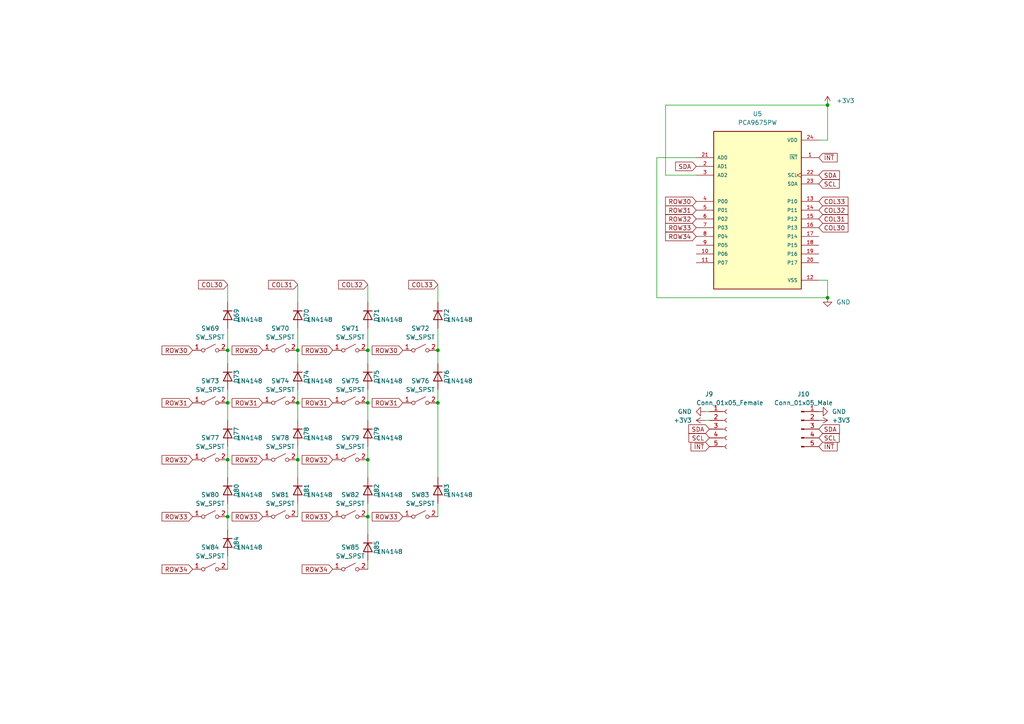
<source format=kicad_sch>
(kicad_sch (version 20211123) (generator eeschema)
  (paper "A4")
  (title_block (title "Denali - Number Pad") (date "2022-06-15") (rev "0.1") (company "OSHMount Tech"))
  (lib_symbols
    (symbol "1N4148:1N4148" (pin_numbers hide) (pin_names (offset 1.016) hide)
      (property "Reference" "D" (at 0 2.54 0))
      (property "Value" "1N4148" (at 0 -2.54 0))
      (symbol "1N4148_0_1"
        (polyline (pts (xy -1.27 1.27) (xy -1.27 -1.27)) (stroke (width 0.254)))
        (polyline (pts (xy 1.27 0) (xy -1.27 0)))
        (polyline (pts (xy 1.27 1.27) (xy 1.27 -1.27) (xy -1.27 0) (xy 1.27 1.27)) (stroke (width 0.254)))
      )
      (symbol "1N4148_1_1"
        (pin passive line (at -3.81 0 0) (length 2.54) (name "K") (number "1"))
        (pin passive line (at 3.81 0 180) (length 2.54) (name "A") (number "2"))
      )
    )
    (symbol "1N4148_1" (pin_numbers hide) (pin_names (offset 1.016) hide)
      (property "Reference" "D" (at 0 2.54 0))
      (property "Value" "1N4148_1" (at 0 -2.54 0))
      (symbol "1N4148_1_0_1"
        (polyline (pts (xy -1.27 1.27) (xy -1.27 -1.27)) (stroke (width 0.254)))
        (polyline (pts (xy 1.27 0) (xy -1.27 0)))
        (polyline (pts (xy 1.27 1.27) (xy 1.27 -1.27) (xy -1.27 0) (xy 1.27 1.27)) (stroke (width 0.254)))
      )
      (symbol "1N4148_1_1_1"
        (pin passive line (at -3.81 0 0) (length 2.54) (name "K") (number "1"))
        (pin passive line (at 3.81 0 180) (length 2.54) (name "A") (number "2"))
      )
    )
    (symbol "1N4148_10" (pin_numbers hide) (pin_names (offset 1.016) hide)
      (property "Reference" "D" (at 0 2.54 0))
      (property "Value" "1N4148_10" (at 0 -2.54 0))
      (symbol "1N4148_10_0_1"
        (polyline (pts (xy -1.27 1.27) (xy -1.27 -1.27)) (stroke (width 0.254)))
        (polyline (pts (xy 1.27 0) (xy -1.27 0)))
        (polyline (pts (xy 1.27 1.27) (xy 1.27 -1.27) (xy -1.27 0) (xy 1.27 1.27)) (stroke (width 0.254)))
      )
      (symbol "1N4148_10_1_1"
        (pin passive line (at -3.81 0 0) (length 2.54) (name "K") (number "1"))
        (pin passive line (at 3.81 0 180) (length 2.54) (name "A") (number "2"))
      )
    )
    (symbol "1N4148_11" (pin_numbers hide) (pin_names (offset 1.016) hide)
      (property "Reference" "D" (at 0 2.54 0))
      (property "Value" "1N4148_11" (at 0 -2.54 0))
      (symbol "1N4148_11_0_1"
        (polyline (pts (xy -1.27 1.27) (xy -1.27 -1.27)) (stroke (width 0.254)))
        (polyline (pts (xy 1.27 0) (xy -1.27 0)))
        (polyline (pts (xy 1.27 1.27) (xy 1.27 -1.27) (xy -1.27 0) (xy 1.27 1.27)) (stroke (width 0.254)))
      )
      (symbol "1N4148_11_1_1"
        (pin passive line (at -3.81 0 0) (length 2.54) (name "K") (number "1"))
        (pin passive line (at 3.81 0 180) (length 2.54) (name "A") (number "2"))
      )
    )
    (symbol "1N4148_12" (pin_numbers hide) (pin_names (offset 1.016) hide)
      (property "Reference" "D" (at 0 2.54 0))
      (property "Value" "1N4148_12" (at 0 -2.54 0))
      (symbol "1N4148_12_0_1"
        (polyline (pts (xy -1.27 1.27) (xy -1.27 -1.27)) (stroke (width 0.254)))
        (polyline (pts (xy 1.27 0) (xy -1.27 0)))
        (polyline (pts (xy 1.27 1.27) (xy 1.27 -1.27) (xy -1.27 0) (xy 1.27 1.27)) (stroke (width 0.254)))
      )
      (symbol "1N4148_12_1_1"
        (pin passive line (at -3.81 0 0) (length 2.54) (name "K") (number "1"))
        (pin passive line (at 3.81 0 180) (length 2.54) (name "A") (number "2"))
      )
    )
    (symbol "1N4148_13" (pin_numbers hide) (pin_names (offset 1.016) hide)
      (property "Reference" "D" (at 0 2.54 0))
      (property "Value" "1N4148_13" (at 0 -2.54 0))
      (symbol "1N4148_13_0_1"
        (polyline (pts (xy -1.27 1.27) (xy -1.27 -1.27)) (stroke (width 0.254)))
        (polyline (pts (xy 1.27 0) (xy -1.27 0)))
        (polyline (pts (xy 1.27 1.27) (xy 1.27 -1.27) (xy -1.27 0) (xy 1.27 1.27)) (stroke (width 0.254)))
      )
      (symbol "1N4148_13_1_1"
        (pin passive line (at -3.81 0 0) (length 2.54) (name "K") (number "1"))
        (pin passive line (at 3.81 0 180) (length 2.54) (name "A") (number "2"))
      )
    )
    (symbol "1N4148_14" (pin_numbers hide) (pin_names (offset 1.016) hide)
      (property "Reference" "D" (at 0 2.54 0))
      (property "Value" "1N4148_14" (at 0 -2.54 0))
      (symbol "1N4148_14_0_1"
        (polyline (pts (xy -1.27 1.27) (xy -1.27 -1.27)) (stroke (width 0.254)))
        (polyline (pts (xy 1.27 0) (xy -1.27 0)))
        (polyline (pts (xy 1.27 1.27) (xy 1.27 -1.27) (xy -1.27 0) (xy 1.27 1.27)) (stroke (width 0.254)))
      )
      (symbol "1N4148_14_1_1"
        (pin passive line (at -3.81 0 0) (length 2.54) (name "K") (number "1"))
        (pin passive line (at 3.81 0 180) (length 2.54) (name "A") (number "2"))
      )
    )
    (symbol "1N4148_15" (pin_numbers hide) (pin_names (offset 1.016) hide)
      (property "Reference" "D" (at 0 2.54 0))
      (property "Value" "1N4148_15" (at 0 -2.54 0))
      (symbol "1N4148_15_0_1"
        (polyline (pts (xy -1.27 1.27) (xy -1.27 -1.27)) (stroke (width 0.254)))
        (polyline (pts (xy 1.27 0) (xy -1.27 0)))
        (polyline (pts (xy 1.27 1.27) (xy 1.27 -1.27) (xy -1.27 0) (xy 1.27 1.27)) (stroke (width 0.254)))
      )
      (symbol "1N4148_15_1_1"
        (pin passive line (at -3.81 0 0) (length 2.54) (name "K") (number "1"))
        (pin passive line (at 3.81 0 180) (length 2.54) (name "A") (number "2"))
      )
    )
    (symbol "1N4148_16" (pin_numbers hide) (pin_names (offset 1.016) hide)
      (property "Reference" "D" (at 0 2.54 0))
      (property "Value" "1N4148_16" (at 0 -2.54 0))
      (symbol "1N4148_16_0_1"
        (polyline (pts (xy -1.27 1.27) (xy -1.27 -1.27)) (stroke (width 0.254)))
        (polyline (pts (xy 1.27 0) (xy -1.27 0)))
        (polyline (pts (xy 1.27 1.27) (xy 1.27 -1.27) (xy -1.27 0) (xy 1.27 1.27)) (stroke (width 0.254)))
      )
      (symbol "1N4148_16_1_1"
        (pin passive line (at -3.81 0 0) (length 2.54) (name "K") (number "1"))
        (pin passive line (at 3.81 0 180) (length 2.54) (name "A") (number "2"))
      )
    )
    (symbol "1N4148_2" (pin_numbers hide) (pin_names (offset 1.016) hide)
      (property "Reference" "D" (at 0 2.54 0))
      (property "Value" "1N4148_2" (at 0 -2.54 0))
      (symbol "1N4148_2_0_1"
        (polyline (pts (xy -1.27 1.27) (xy -1.27 -1.27)) (stroke (width 0.254)))
        (polyline (pts (xy 1.27 0) (xy -1.27 0)))
        (polyline (pts (xy 1.27 1.27) (xy 1.27 -1.27) (xy -1.27 0) (xy 1.27 1.27)) (stroke (width 0.254)))
      )
      (symbol "1N4148_2_1_1"
        (pin passive line (at -3.81 0 0) (length 2.54) (name "K") (number "1"))
        (pin passive line (at 3.81 0 180) (length 2.54) (name "A") (number "2"))
      )
    )
    (symbol "1N4148_3" (pin_numbers hide) (pin_names (offset 1.016) hide)
      (property "Reference" "D" (at 0 2.54 0))
      (property "Value" "1N4148_3" (at 0 -2.54 0))
      (symbol "1N4148_3_0_1"
        (polyline (pts (xy -1.27 1.27) (xy -1.27 -1.27)) (stroke (width 0.254)))
        (polyline (pts (xy 1.27 0) (xy -1.27 0)))
        (polyline (pts (xy 1.27 1.27) (xy 1.27 -1.27) (xy -1.27 0) (xy 1.27 1.27)) (stroke (width 0.254)))
      )
      (symbol "1N4148_3_1_1"
        (pin passive line (at -3.81 0 0) (length 2.54) (name "K") (number "1"))
        (pin passive line (at 3.81 0 180) (length 2.54) (name "A") (number "2"))
      )
    )
    (symbol "1N4148_4" (pin_numbers hide) (pin_names (offset 1.016) hide)
      (property "Reference" "D" (at 0 2.54 0))
      (property "Value" "1N4148_4" (at 0 -2.54 0))
      (symbol "1N4148_4_0_1"
        (polyline (pts (xy -1.27 1.27) (xy -1.27 -1.27)) (stroke (width 0.254)))
        (polyline (pts (xy 1.27 0) (xy -1.27 0)))
        (polyline (pts (xy 1.27 1.27) (xy 1.27 -1.27) (xy -1.27 0) (xy 1.27 1.27)) (stroke (width 0.254)))
      )
      (symbol "1N4148_4_1_1"
        (pin passive line (at -3.81 0 0) (length 2.54) (name "K") (number "1"))
        (pin passive line (at 3.81 0 180) (length 2.54) (name "A") (number "2"))
      )
    )
    (symbol "1N4148_5" (pin_numbers hide) (pin_names (offset 1.016) hide)
      (property "Reference" "D" (at 0 2.54 0))
      (property "Value" "1N4148_5" (at 0 -2.54 0))
      (symbol "1N4148_5_0_1"
        (polyline (pts (xy -1.27 1.27) (xy -1.27 -1.27)) (stroke (width 0.254)))
        (polyline (pts (xy 1.27 0) (xy -1.27 0)))
        (polyline (pts (xy 1.27 1.27) (xy 1.27 -1.27) (xy -1.27 0) (xy 1.27 1.27)) (stroke (width 0.254)))
      )
      (symbol "1N4148_5_1_1"
        (pin passive line (at -3.81 0 0) (length 2.54) (name "K") (number "1"))
        (pin passive line (at 3.81 0 180) (length 2.54) (name "A") (number "2"))
      )
    )
    (symbol "1N4148_6" (pin_numbers hide) (pin_names (offset 1.016) hide)
      (property "Reference" "D" (at 0 2.54 0))
      (property "Value" "1N4148_6" (at 0 -2.54 0))
      (symbol "1N4148_6_0_1"
        (polyline (pts (xy -1.27 1.27) (xy -1.27 -1.27)) (stroke (width 0.254)))
        (polyline (pts (xy 1.27 0) (xy -1.27 0)))
        (polyline (pts (xy 1.27 1.27) (xy 1.27 -1.27) (xy -1.27 0) (xy 1.27 1.27)) (stroke (width 0.254)))
      )
      (symbol "1N4148_6_1_1"
        (pin passive line (at -3.81 0 0) (length 2.54) (name "K") (number "1"))
        (pin passive line (at 3.81 0 180) (length 2.54) (name "A") (number "2"))
      )
    )
    (symbol "1N4148_7" (pin_numbers hide) (pin_names (offset 1.016) hide)
      (property "Reference" "D" (at 0 2.54 0))
      (property "Value" "1N4148_7" (at 0 -2.54 0))
      (symbol "1N4148_7_0_1"
        (polyline (pts (xy -1.27 1.27) (xy -1.27 -1.27)) (stroke (width 0.254)))
        (polyline (pts (xy 1.27 0) (xy -1.27 0)))
        (polyline (pts (xy 1.27 1.27) (xy 1.27 -1.27) (xy -1.27 0) (xy 1.27 1.27)) (stroke (width 0.254)))
      )
      (symbol "1N4148_7_1_1"
        (pin passive line (at -3.81 0 0) (length 2.54) (name "K") (number "1"))
        (pin passive line (at 3.81 0 180) (length 2.54) (name "A") (number "2"))
      )
    )
    (symbol "1N4148_8" (pin_numbers hide) (pin_names (offset 1.016) hide)
      (property "Reference" "D" (at 0 2.54 0))
      (property "Value" "1N4148_8" (at 0 -2.54 0))
      (symbol "1N4148_8_0_1"
        (polyline (pts (xy -1.27 1.27) (xy -1.27 -1.27)) (stroke (width 0.254)))
        (polyline (pts (xy 1.27 0) (xy -1.27 0)))
        (polyline (pts (xy 1.27 1.27) (xy 1.27 -1.27) (xy -1.27 0) (xy 1.27 1.27)) (stroke (width 0.254)))
      )
      (symbol "1N4148_8_1_1"
        (pin passive line (at -3.81 0 0) (length 2.54) (name "K") (number "1"))
        (pin passive line (at 3.81 0 180) (length 2.54) (name "A") (number "2"))
      )
    )
    (symbol "1N4148_9" (pin_numbers hide) (pin_names (offset 1.016) hide)
      (property "Reference" "D" (at 0 2.54 0))
      (property "Value" "1N4148_9" (at 0 -2.54 0))
      (symbol "1N4148_9_0_1"
        (polyline (pts (xy -1.27 1.27) (xy -1.27 -1.27)) (stroke (width 0.254)))
        (polyline (pts (xy 1.27 0) (xy -1.27 0)))
        (polyline (pts (xy 1.27 1.27) (xy 1.27 -1.27) (xy -1.27 0) (xy 1.27 1.27)) (stroke (width 0.254)))
      )
      (symbol "1N4148_9_1_1"
        (pin passive line (at -3.81 0 0) (length 2.54) (name "K") (number "1"))
        (pin passive line (at 3.81 0 180) (length 2.54) (name "A") (number "2"))
      )
    )
    (symbol "Connector:Conn_01x05_Female" (pin_names (offset 1.016) hide)
      (property "Reference" "J" (at 0 7.62 0))
      (property "Value" "Conn_01x05_Female" (at 0 -7.62 0))
      (symbol "Conn_01x05_Female_1_1"
        (arc (start 0 -4.572) (mid -0.508 -5.08) (end 0 -5.588) (stroke (width 0.1524)))
        (arc (start 0 -2.032) (mid -0.508 -2.54) (end 0 -3.048) (stroke (width 0.1524)))
        (polyline (pts (xy -1.27 -5.08) (xy -0.508 -5.08)) (stroke (width 0.1524)))
        (polyline (pts (xy -1.27 -2.54) (xy -0.508 -2.54)) (stroke (width 0.1524)))
        (polyline (pts (xy -1.27 0) (xy -0.508 0)) (stroke (width 0.1524)))
        (polyline (pts (xy -1.27 2.54) (xy -0.508 2.54)) (stroke (width 0.1524)))
        (polyline (pts (xy -1.27 5.08) (xy -0.508 5.08)) (stroke (width 0.1524)))
        (arc (start 0 0.508) (mid -0.508 0) (end 0 -0.508) (stroke (width 0.1524)))
        (arc (start 0 3.048) (mid -0.508 2.54) (end 0 2.032) (stroke (width 0.1524)))
        (arc (start 0 5.588) (mid -0.508 5.08) (end 0 4.572) (stroke (width 0.1524)))
        (pin passive line (at -5.08 5.08 0) (length 3.81) (name "Pin_1") (number "1"))
        (pin passive line (at -5.08 2.54 0) (length 3.81) (name "Pin_2") (number "2"))
        (pin passive line (at -5.08 0 0) (length 3.81) (name "Pin_3") (number "3"))
        (pin passive line (at -5.08 -2.54 0) (length 3.81) (name "Pin_4") (number "4"))
        (pin passive line (at -5.08 -5.08 0) (length 3.81) (name "Pin_5") (number "5"))
      )
    )
    (symbol "Connector:Conn_01x05_Male" (pin_names (offset 1.016) hide)
      (property "Reference" "J" (at 0 7.62 0))
      (property "Value" "Conn_01x05_Male" (at 0 -7.62 0))
      (symbol "Conn_01x05_Male_1_1"
        (polyline (pts (xy 1.27 -5.08) (xy 0.8636 -5.08)) (stroke (width 0.1524)))
        (polyline (pts (xy 1.27 -2.54) (xy 0.8636 -2.54)) (stroke (width 0.1524)))
        (polyline (pts (xy 1.27 0) (xy 0.8636 0)) (stroke (width 0.1524)))
        (polyline (pts (xy 1.27 2.54) (xy 0.8636 2.54)) (stroke (width 0.1524)))
        (polyline (pts (xy 1.27 5.08) (xy 0.8636 5.08)) (stroke (width 0.1524)))
        (rectangle (start 0.8636 -4.953) (end 0 -5.207) (stroke (width 0.1524)) (fill (type outline)))
        (rectangle (start 0.8636 -2.413) (end 0 -2.667) (stroke (width 0.1524)) (fill (type outline)))
        (rectangle (start 0.8636 0.127) (end 0 -0.127) (stroke (width 0.1524)) (fill (type outline)))
        (rectangle (start 0.8636 2.667) (end 0 2.413) (stroke (width 0.1524)) (fill (type outline)))
        (rectangle (start 0.8636 5.207) (end 0 4.953) (stroke (width 0.1524)) (fill (type outline)))
        (pin passive line (at 5.08 5.08 180) (length 3.81) (name "Pin_1") (number "1"))
        (pin passive line (at 5.08 2.54 180) (length 3.81) (name "Pin_2") (number "2"))
        (pin passive line (at 5.08 0 180) (length 3.81) (name "Pin_3") (number "3"))
        (pin passive line (at 5.08 -2.54 180) (length 3.81) (name "Pin_4") (number "4"))
        (pin passive line (at 5.08 -5.08 180) (length 3.81) (name "Pin_5") (number "5"))
      )
    )
    (symbol "Kailh:SW_SPST" (pin_names (offset 0) hide)
      (property "Reference" "SW" (at 0 3.175 0))
      (property "Value" "SW_SPST" (at 0 -2.54 0))
      (symbol "SW_SPST_0_0"
        (circle (center -2.032 0) (radius 0.508))
        (polyline (pts (xy -1.524 0.254) (xy 1.524 1.778)))
        (circle (center 2.032 0) (radius 0.508))
      )
      (symbol "SW_SPST_1_1"
        (pin passive line (at -5.08 0 0) (length 2.54) (name "A") (number "1"))
        (pin passive line (at 5.08 0 180) (length 2.54) (name "B") (number "2"))
      )
    )
    (symbol "PCA9675PW_118:PCA9675PW" (pin_names (offset 1.016))
      (property "Reference" "U" (at -12.7 23.622 0))
      (property "Value" "PCA9675PW" (at -12.7 -25.4 0))
      (symbol "PCA9675PW_0_0"
        (rectangle (start -12.7 -22.86) (end 12.7 22.86) (stroke (width 0.254)) (fill (type background)))
        (pin output line (at 17.78 15.24 180) (length 5.08) (name "~{INT}") (number "1"))
        (pin bidirectional line (at -17.78 -12.7 0) (length 5.08) (name "P06") (number "10"))
        (pin bidirectional line (at -17.78 -15.24 0) (length 5.08) (name "P07") (number "11"))
        (pin power_in line (at 17.78 -20.32 180) (length 5.08) (name "VSS") (number "12"))
        (pin bidirectional line (at 17.78 2.54 180) (length 5.08) (name "P10") (number "13"))
        (pin bidirectional line (at 17.78 0 180) (length 5.08) (name "P11") (number "14"))
        (pin bidirectional line (at 17.78 -2.54 180) (length 5.08) (name "P12") (number "15"))
        (pin bidirectional line (at 17.78 -5.08 180) (length 5.08) (name "P13") (number "16"))
        (pin bidirectional line (at 17.78 -7.62 180) (length 5.08) (name "P14") (number "17"))
        (pin bidirectional line (at 17.78 -10.16 180) (length 5.08) (name "P15") (number "18"))
        (pin bidirectional line (at 17.78 -12.7 180) (length 5.08) (name "P16") (number "19"))
        (pin input line (at -17.78 12.7 0) (length 5.08) (name "AD1") (number "2"))
        (pin bidirectional line (at 17.78 -15.24 180) (length 5.08) (name "P17") (number "20"))
        (pin input line (at -17.78 15.24 0) (length 5.08) (name "AD0") (number "21"))
        (pin input clock (at 17.78 10.16 180) (length 5.08) (name "SCL") (number "22"))
        (pin bidirectional line (at 17.78 7.62 180) (length 5.08) (name "SDA") (number "23"))
        (pin power_in line (at 17.78 20.32 180) (length 5.08) (name "VDD") (number "24"))
        (pin input line (at -17.78 10.16 0) (length 5.08) (name "AD2") (number "3"))
        (pin bidirectional line (at -17.78 2.54 0) (length 5.08) (name "P00") (number "4"))
        (pin bidirectional line (at -17.78 0 0) (length 5.08) (name "P01") (number "5"))
        (pin bidirectional line (at -17.78 -2.54 0) (length 5.08) (name "P02") (number "6"))
        (pin bidirectional line (at -17.78 -5.08 0) (length 5.08) (name "P03") (number "7"))
        (pin bidirectional line (at -17.78 -7.62 0) (length 5.08) (name "P04") (number "8"))
        (pin bidirectional line (at -17.78 -10.16 0) (length 5.08) (name "P05") (number "9"))
      )
    )
    (symbol "SW_SPST_10" (pin_names (offset 0) hide)
      (property "Reference" "SW" (at 0 3.175 0))
      (property "Value" "SW_SPST_10" (at 0 -2.54 0))
      (symbol "SW_SPST_10_0_0"
        (circle (center -2.032 0) (radius 0.508))
        (polyline (pts (xy -1.524 0.254) (xy 1.524 1.778)))
        (circle (center 2.032 0) (radius 0.508))
      )
      (symbol "SW_SPST_10_1_1"
        (pin passive line (at -5.08 0 0) (length 2.54) (name "A") (number "1"))
        (pin passive line (at 5.08 0 180) (length 2.54) (name "B") (number "2"))
      )
    )
    (symbol "SW_SPST_15" (pin_names (offset 0) hide)
      (property "Reference" "SW" (at 0 3.175 0))
      (property "Value" "SW_SPST_15" (at 0 -2.54 0))
      (symbol "SW_SPST_15_0_0"
        (circle (center -2.032 0) (radius 0.508))
        (polyline (pts (xy -1.524 0.254) (xy 1.524 1.778)))
        (circle (center 2.032 0) (radius 0.508))
      )
      (symbol "SW_SPST_15_1_1"
        (pin passive line (at -5.08 0 0) (length 2.54) (name "A") (number "1"))
        (pin passive line (at 5.08 0 180) (length 2.54) (name "B") (number "2"))
      )
    )
    (symbol "SW_SPST_17" (pin_names (offset 0) hide)
      (property "Reference" "SW" (at 0 3.175 0))
      (property "Value" "SW_SPST_17" (at 0 -2.54 0))
      (symbol "SW_SPST_17_0_0"
        (circle (center -2.032 0) (radius 0.508))
        (polyline (pts (xy -1.524 0.254) (xy 1.524 1.778)))
        (circle (center 2.032 0) (radius 0.508))
      )
      (symbol "SW_SPST_17_1_1"
        (pin passive line (at -5.08 0 0) (length 2.54) (name "A") (number "1"))
        (pin passive line (at 5.08 0 180) (length 2.54) (name "B") (number "2"))
      )
    )
    (symbol "SW_SPST_18" (pin_names (offset 0) hide)
      (property "Reference" "SW" (at 0 3.175 0))
      (property "Value" "SW_SPST_18" (at 0 -2.54 0))
      (symbol "SW_SPST_18_0_0"
        (circle (center -2.032 0) (radius 0.508))
        (polyline (pts (xy -1.524 0.254) (xy 1.524 1.778)))
        (circle (center 2.032 0) (radius 0.508))
      )
      (symbol "SW_SPST_18_1_1"
        (pin passive line (at -5.08 0 0) (length 2.54) (name "A") (number "1"))
        (pin passive line (at 5.08 0 180) (length 2.54) (name "B") (number "2"))
      )
    )
    (symbol "SW_SPST_19" (pin_names (offset 0) hide)
      (property "Reference" "SW" (at 0 3.175 0))
      (property "Value" "SW_SPST_19" (at 0 -2.54 0))
      (symbol "SW_SPST_19_0_0"
        (circle (center -2.032 0) (radius 0.508))
        (polyline (pts (xy -1.524 0.254) (xy 1.524 1.778)))
        (circle (center 2.032 0) (radius 0.508))
      )
      (symbol "SW_SPST_19_1_1"
        (pin passive line (at -5.08 0 0) (length 2.54) (name "A") (number "1"))
        (pin passive line (at 5.08 0 180) (length 2.54) (name "B") (number "2"))
      )
    )
    (symbol "SW_SPST_20" (pin_names (offset 0) hide)
      (property "Reference" "SW" (at 0 3.175 0))
      (property "Value" "SW_SPST_20" (at 0 -2.54 0))
      (symbol "SW_SPST_20_0_0"
        (circle (center -2.032 0) (radius 0.508))
        (polyline (pts (xy -1.524 0.254) (xy 1.524 1.778)))
        (circle (center 2.032 0) (radius 0.508))
      )
      (symbol "SW_SPST_20_1_1"
        (pin passive line (at -5.08 0 0) (length 2.54) (name "A") (number "1"))
        (pin passive line (at 5.08 0 180) (length 2.54) (name "B") (number "2"))
      )
    )
    (symbol "SW_SPST_21" (pin_names (offset 0) hide)
      (property "Reference" "SW" (at 0 3.175 0))
      (property "Value" "SW_SPST_21" (at 0 -2.54 0))
      (symbol "SW_SPST_21_0_0"
        (circle (center -2.032 0) (radius 0.508))
        (polyline (pts (xy -1.524 0.254) (xy 1.524 1.778)))
        (circle (center 2.032 0) (radius 0.508))
      )
      (symbol "SW_SPST_21_1_1"
        (pin passive line (at -5.08 0 0) (length 2.54) (name "A") (number "1"))
        (pin passive line (at 5.08 0 180) (length 2.54) (name "B") (number "2"))
      )
    )
    (symbol "SW_SPST_22" (pin_names (offset 0) hide)
      (property "Reference" "SW" (at 0 3.175 0))
      (property "Value" "SW_SPST_22" (at 0 -2.54 0))
      (symbol "SW_SPST_22_0_0"
        (circle (center -2.032 0) (radius 0.508))
        (polyline (pts (xy -1.524 0.254) (xy 1.524 1.778)))
        (circle (center 2.032 0) (radius 0.508))
      )
      (symbol "SW_SPST_22_1_1"
        (pin passive line (at -5.08 0 0) (length 2.54) (name "A") (number "1"))
        (pin passive line (at 5.08 0 180) (length 2.54) (name "B") (number "2"))
      )
    )
    (symbol "SW_SPST_23" (pin_names (offset 0) hide)
      (property "Reference" "SW" (at 0 3.175 0))
      (property "Value" "SW_SPST_23" (at 0 -2.54 0))
      (symbol "SW_SPST_23_0_0"
        (circle (center -2.032 0) (radius 0.508))
        (polyline (pts (xy -1.524 0.254) (xy 1.524 1.778)))
        (circle (center 2.032 0) (radius 0.508))
      )
      (symbol "SW_SPST_23_1_1"
        (pin passive line (at -5.08 0 0) (length 2.54) (name "A") (number "1"))
        (pin passive line (at 5.08 0 180) (length 2.54) (name "B") (number "2"))
      )
    )
    (symbol "SW_SPST_24" (pin_names (offset 0) hide)
      (property "Reference" "SW" (at 0 3.175 0))
      (property "Value" "SW_SPST_24" (at 0 -2.54 0))
      (symbol "SW_SPST_24_0_0"
        (circle (center -2.032 0) (radius 0.508))
        (polyline (pts (xy -1.524 0.254) (xy 1.524 1.778)))
        (circle (center 2.032 0) (radius 0.508))
      )
      (symbol "SW_SPST_24_1_1"
        (pin passive line (at -5.08 0 0) (length 2.54) (name "A") (number "1"))
        (pin passive line (at 5.08 0 180) (length 2.54) (name "B") (number "2"))
      )
    )
    (symbol "SW_SPST_25" (pin_names (offset 0) hide)
      (property "Reference" "SW" (at 0 3.175 0))
      (property "Value" "SW_SPST_25" (at 0 -2.54 0))
      (symbol "SW_SPST_25_0_0"
        (circle (center -2.032 0) (radius 0.508))
        (polyline (pts (xy -1.524 0.254) (xy 1.524 1.778)))
        (circle (center 2.032 0) (radius 0.508))
      )
      (symbol "SW_SPST_25_1_1"
        (pin passive line (at -5.08 0 0) (length 2.54) (name "A") (number "1"))
        (pin passive line (at 5.08 0 180) (length 2.54) (name "B") (number "2"))
      )
    )
    (symbol "SW_SPST_27" (pin_names (offset 0) hide)
      (property "Reference" "SW" (at 0 3.175 0))
      (property "Value" "SW_SPST_27" (at 0 -2.54 0))
      (symbol "SW_SPST_27_0_0"
        (circle (center -2.032 0) (radius 0.508))
        (polyline (pts (xy -1.524 0.254) (xy 1.524 1.778)))
        (circle (center 2.032 0) (radius 0.508))
      )
      (symbol "SW_SPST_27_1_1"
        (pin passive line (at -5.08 0 0) (length 2.54) (name "A") (number "1"))
        (pin passive line (at 5.08 0 180) (length 2.54) (name "B") (number "2"))
      )
    )
    (symbol "SW_SPST_28" (pin_names (offset 0) hide)
      (property "Reference" "SW" (at 0 3.175 0))
      (property "Value" "SW_SPST_28" (at 0 -2.54 0))
      (symbol "SW_SPST_28_0_0"
        (circle (center -2.032 0) (radius 0.508))
        (polyline (pts (xy -1.524 0.254) (xy 1.524 1.778)))
        (circle (center 2.032 0) (radius 0.508))
      )
      (symbol "SW_SPST_28_1_1"
        (pin passive line (at -5.08 0 0) (length 2.54) (name "A") (number "1"))
        (pin passive line (at 5.08 0 180) (length 2.54) (name "B") (number "2"))
      )
    )
    (symbol "SW_SPST_6" (pin_names (offset 0) hide)
      (property "Reference" "SW" (at 0 3.175 0))
      (property "Value" "SW_SPST_6" (at 0 -2.54 0))
      (symbol "SW_SPST_6_0_0"
        (circle (center -2.032 0) (radius 0.508))
        (polyline (pts (xy -1.524 0.254) (xy 1.524 1.778)))
        (circle (center 2.032 0) (radius 0.508))
      )
      (symbol "SW_SPST_6_1_1"
        (pin passive line (at -5.08 0 0) (length 2.54) (name "A") (number "1"))
        (pin passive line (at 5.08 0 180) (length 2.54) (name "B") (number "2"))
      )
    )
    (symbol "SW_SPST_7" (pin_names (offset 0) hide)
      (property "Reference" "SW" (at 0 3.175 0))
      (property "Value" "SW_SPST_7" (at 0 -2.54 0))
      (symbol "SW_SPST_7_0_0"
        (circle (center -2.032 0) (radius 0.508))
        (polyline (pts (xy -1.524 0.254) (xy 1.524 1.778)))
        (circle (center 2.032 0) (radius 0.508))
      )
      (symbol "SW_SPST_7_1_1"
        (pin passive line (at -5.08 0 0) (length 2.54) (name "A") (number "1"))
        (pin passive line (at 5.08 0 180) (length 2.54) (name "B") (number "2"))
      )
    )
    (symbol "SW_SPST_9" (pin_names (offset 0) hide)
      (property "Reference" "SW" (at 0 3.175 0))
      (property "Value" "SW_SPST_9" (at 0 -2.54 0))
      (symbol "SW_SPST_9_0_0"
        (circle (center -2.032 0) (radius 0.508))
        (polyline (pts (xy -1.524 0.254) (xy 1.524 1.778)))
        (circle (center 2.032 0) (radius 0.508))
      )
      (symbol "SW_SPST_9_1_1"
        (pin passive line (at -5.08 0 0) (length 2.54) (name "A") (number "1"))
        (pin passive line (at 5.08 0 180) (length 2.54) (name "B") (number "2"))
      )
    )
    (symbol "power:+3.3V" (power) (pin_names (offset 0))
      (property "Value" "+3.3V" (at 0 3.556 0))
      (symbol "+3.3V_0_1"
        (polyline (pts (xy -0.762 1.27) (xy 0 2.54)))
        (polyline (pts (xy 0 0) (xy 0 2.54)))
        (polyline (pts (xy 0 2.54) (xy 0.762 1.27)))
      )
      (symbol "+3.3V_1_1"
        (pin power_in line (at 0 0 90) (length 0) hide (name "+3V3") (number "1"))
      )
    )
    (symbol "power:GND" (power) (pin_names (offset 0))
      (property "Value" "GND" (at 0 -3.81 0))
      (symbol "GND_0_1"
        (polyline (pts (xy 0 0) (xy 0 -1.27) (xy 1.27 -1.27) (xy 0 -2.54) (xy -1.27 -1.27) (xy 0 -1.27)))
      )
      (symbol "GND_1_1"
        (pin power_in line (at 0 0 270) (length 0) hide (name "GND") (number "1"))
      )
    )
  )
  (junction (at 106.68 149.86))
  (junction (at 106.68 116.84))
  (junction (at 106.68 101.6))
  (junction (at 106.68 133.35))
  (junction (at 127 101.6))
  (junction (at 66.04 101.6))
  (junction (at 127 116.84))
  (junction (at 66.04 149.86))
  (junction (at 86.36 133.35))
  (junction (at 86.36 116.84))
  (junction (at 240.03 86.36))
  (junction (at 86.36 101.6))
  (junction (at 66.04 133.35))
  (junction (at 66.04 116.84))
  (junction (at 240.03 30.48))
  (wire (pts (xy 66.04 129.54) (xy 66.04 133.35)))
  (wire (pts (xy 237.49 40.64) (xy 240.03 40.64)))
  (wire (pts (xy 106.68 129.54) (xy 106.68 133.35)))
  (wire (pts (xy 106.68 95.25) (xy 106.68 101.6)))
  (wire (pts (xy 86.36 116.84) (xy 86.36 121.92)))
  (wire (pts (xy 86.36 113.03) (xy 86.36 116.84)))
  (wire (pts (xy 127 113.03) (xy 127 116.84)))
  (wire (pts (xy 240.03 81.28) (xy 237.49 81.28)))
  (wire (pts (xy 106.68 82.55) (xy 106.68 87.63)))
  (wire (pts (xy 127 101.6) (xy 127 105.41)))
  (wire (pts (xy 86.36 133.35) (xy 86.36 138.43)))
  (wire (pts (xy 106.68 113.03) (xy 106.68 116.84)))
  (wire (pts (xy 66.04 101.6) (xy 66.04 105.41)))
  (wire (pts (xy 205.74 119.38) (xy 204.47 119.38)))
  (wire (pts (xy 201.93 45.72) (xy 190.5 45.72)))
  (wire (pts (xy 106.68 101.6) (xy 106.68 105.41)))
  (wire (pts (xy 66.04 82.55) (xy 66.04 87.63)))
  (wire (pts (xy 190.5 86.36) (xy 240.03 86.36)))
  (wire (pts (xy 127 82.55) (xy 127 87.63)))
  (wire (pts (xy 127 95.25) (xy 127 101.6)))
  (wire (pts (xy 66.04 113.03) (xy 66.04 116.84)))
  (wire (pts (xy 106.68 116.84) (xy 106.68 121.92)))
  (wire (pts (xy 106.68 133.35) (xy 106.68 138.43)))
  (wire (pts (xy 127 116.84) (xy 127 138.43)))
  (wire (pts (xy 106.68 146.05) (xy 106.68 149.86)))
  (wire (pts (xy 66.04 149.86) (xy 66.04 153.67)))
  (wire (pts (xy 106.68 149.86) (xy 106.68 154.94)))
  (wire (pts (xy 66.04 95.25) (xy 66.04 101.6)))
  (wire (pts (xy 86.36 101.6) (xy 86.36 105.41)))
  (wire (pts (xy 193.04 30.48) (xy 193.04 50.8)))
  (wire (pts (xy 240.03 30.48) (xy 193.04 30.48)))
  (wire (pts (xy 66.04 146.05) (xy 66.04 149.86)))
  (wire (pts (xy 66.04 133.35) (xy 66.04 138.43)))
  (wire (pts (xy 86.36 95.25) (xy 86.36 101.6)))
  (wire (pts (xy 240.03 86.36) (xy 240.03 81.28)))
  (wire (pts (xy 190.5 45.72) (xy 190.5 86.36)))
  (wire (pts (xy 193.04 50.8) (xy 201.93 50.8)))
  (wire (pts (xy 240.03 40.64) (xy 240.03 30.48)))
  (wire (pts (xy 86.36 146.05) (xy 86.36 149.86)))
  (wire (pts (xy 205.74 121.92) (xy 204.47 121.92)))
  (wire (pts (xy 66.04 116.84) (xy 66.04 121.92)))
  (wire (pts (xy 66.04 161.29) (xy 66.04 165.1)))
  (wire (pts (xy 106.68 162.56) (xy 106.68 165.1)))
  (wire (pts (xy 127 146.05) (xy 127 149.86)))
  (wire (pts (xy 86.36 82.55) (xy 86.36 87.63)))
  (wire (pts (xy 86.36 129.54) (xy 86.36 133.35)))
  (global_label "COL30" (shape input) (at 237.49 66.04 0) (property "Intersheet References" "${INTERSHEET_REFS}" (effects hide)))
  (global_label "ROW30" (shape input) (at 55.88 101.6 180) (property "Intersheet References" "${INTERSHEET_REFS}" (effects hide)))
  (global_label "ROW32" (shape input) (at 96.52 133.35 180) (property "Intersheet References" "${INTERSHEET_REFS}" (effects hide)))
  (global_label "ROW34" (shape input) (at 96.52 165.1 180) (property "Intersheet References" "${INTERSHEET_REFS}" (effects hide)))
  (global_label "ROW31" (shape input) (at 55.88 116.84 180) (property "Intersheet References" "${INTERSHEET_REFS}" (effects hide)))
  (global_label "COL33" (shape input) (at 237.49 58.42 0) (property "Intersheet References" "${INTERSHEET_REFS}" (effects hide)))
  (global_label "ROW30" (shape input) (at 96.52 101.6 180) (property "Intersheet References" "${INTERSHEET_REFS}" (effects hide)))
  (global_label "~{INT}" (shape input) (at 205.74 129.54 180) (property "Intersheet References" "${INTERSHEET_REFS}" (effects hide)))
  (global_label "ROW34" (shape input) (at 55.88 165.1 180) (property "Intersheet References" "${INTERSHEET_REFS}" (effects hide)))
  (global_label "ROW31" (shape input) (at 96.52 116.84 180) (property "Intersheet References" "${INTERSHEET_REFS}" (effects hide)))
  (global_label "COL33" (shape input) (at 127 82.55 180) (property "Intersheet References" "${INTERSHEET_REFS}" (effects hide)))
  (global_label "COL32" (shape input) (at 106.68 82.55 180) (property "Intersheet References" "${INTERSHEET_REFS}" (effects hide)))
  (global_label "SDA" (shape input) (at 201.93 48.26 180) (property "Intersheet References" "${INTERSHEET_REFS}" (effects hide)))
  (global_label "~{INT}" (shape input) (at 237.49 45.72 0) (property "Intersheet References" "${INTERSHEET_REFS}" (effects hide)))
  (global_label "ROW30" (shape input) (at 76.2 101.6 180) (property "Intersheet References" "${INTERSHEET_REFS}" (effects hide)))
  (global_label "ROW31" (shape input) (at 201.93 60.96 180) (property "Intersheet References" "${INTERSHEET_REFS}" (effects hide)))
  (global_label "ROW32" (shape input) (at 76.2 133.35 180) (property "Intersheet References" "${INTERSHEET_REFS}" (effects hide)))
  (global_label "COL31" (shape input) (at 86.36 82.55 180) (property "Intersheet References" "${INTERSHEET_REFS}" (effects hide)))
  (global_label "ROW32" (shape input) (at 55.88 133.35 180) (property "Intersheet References" "${INTERSHEET_REFS}" (effects hide)))
  (global_label "SCL" (shape input) (at 237.49 53.34 0) (property "Intersheet References" "${INTERSHEET_REFS}" (effects hide)))
  (global_label "SDA" (shape input) (at 237.49 124.46 0) (property "Intersheet References" "${INTERSHEET_REFS}" (effects hide)))
  (global_label "ROW32" (shape input) (at 201.93 63.5 180) (property "Intersheet References" "${INTERSHEET_REFS}" (effects hide)))
  (global_label "ROW33" (shape input) (at 96.52 149.86 180) (property "Intersheet References" "${INTERSHEET_REFS}" (effects hide)))
  (global_label "ROW31" (shape input) (at 76.2 116.84 180) (property "Intersheet References" "${INTERSHEET_REFS}" (effects hide)))
  (global_label "ROW33" (shape input) (at 55.88 149.86 180) (property "Intersheet References" "${INTERSHEET_REFS}" (effects hide)))
  (global_label "ROW30" (shape input) (at 116.84 101.6 180) (property "Intersheet References" "${INTERSHEET_REFS}" (effects hide)))
  (global_label "ROW33" (shape input) (at 76.2 149.86 180) (property "Intersheet References" "${INTERSHEET_REFS}" (effects hide)))
  (global_label "SCL" (shape input) (at 237.49 127 0) (property "Intersheet References" "${INTERSHEET_REFS}" (effects hide)))
  (global_label "COL31" (shape input) (at 237.49 63.5 0) (property "Intersheet References" "${INTERSHEET_REFS}" (effects hide)))
  (global_label "ROW33" (shape input) (at 201.93 66.04 180) (property "Intersheet References" "${INTERSHEET_REFS}" (effects hide)))
  (global_label "ROW34" (shape input) (at 201.93 68.58 180) (property "Intersheet References" "${INTERSHEET_REFS}" (effects hide)))
  (global_label "ROW31" (shape input) (at 116.84 116.84 180) (property "Intersheet References" "${INTERSHEET_REFS}" (effects hide)))
  (global_label "SDA" (shape input) (at 205.74 124.46 180) (property "Intersheet References" "${INTERSHEET_REFS}" (effects hide)))
  (global_label "ROW30" (shape input) (at 201.93 58.42 180) (property "Intersheet References" "${INTERSHEET_REFS}" (effects hide)))
  (global_label "ROW33" (shape input) (at 116.84 149.86 180) (property "Intersheet References" "${INTERSHEET_REFS}" (effects hide)))
  (global_label "COL30" (shape input) (at 66.04 82.55 180) (property "Intersheet References" "${INTERSHEET_REFS}" (effects hide)))
  (global_label "SCL" (shape input) (at 205.74 127 180) (property "Intersheet References" "${INTERSHEET_REFS}" (effects hide)))
  (global_label "SDA" (shape input) (at 237.49 50.8 0) (property "Intersheet References" "${INTERSHEET_REFS}" (effects hide)))
  (global_label "COL32" (shape input) (at 237.49 60.96 0) (property "Intersheet References" "${INTERSHEET_REFS}" (effects hide)))
  (global_label "~{INT}" (shape input) (at 237.49 129.54 0) (property "Intersheet References" "${INTERSHEET_REFS}" (effects hide)))
  (symbol (lib_name "1N4148_1") (lib_id "1N4148:1N4148") (at 86.36 91.44 270) (unit 1)
    (property "Reference" "D70" (at 88.9 91.44 0))
    (property "Value" "1N4148" (at 88.9 92.7099 90) (effects (justify left)))
    (property "Footprint" "1N4148:1N4148" (effects hide))
    (property "Datasheet" "${OSHMOUNT_LIBRARY}\\1N4148\\1n4148w.pdf" (effects hide))
  )
  (symbol (lib_name "SW_SPST_6") (lib_id "Kailh:SW_SPST") (at 121.92 149.86 0) (unit 1)
    (property "Reference" "SW83" (at 121.92 143.51 0))
    (property "Value" "SW_SPST" (at 121.92 146.05 0))
    (property "Footprint" "Kailh:Kailh_socket_MX" (effects hide))
    (property "Datasheet" "${OSHMOUNT_LIBRARY}/Kailh/Kailh_Polia_datasheet.pdf" (effects hide))
  )
  (symbol (lib_name "1N4148_14") (lib_id "1N4148:1N4148") (at 66.04 142.24 270) (unit 1)
    (property "Reference" "D80" (at 68.58 142.24 0))
    (property "Value" "1N4148" (at 68.58 143.5099 90) (effects (justify left)))
    (property "Footprint" "1N4148:1N4148" (effects hide))
    (property "Datasheet" "${OSHMOUNT_LIBRARY}\\1N4148\\1n4148w.pdf" (effects hide))
  )
  (symbol (lib_id "power:GND") (at 204.47 119.38 270) (unit 1)
    (property "Reference" "#PWR0115" (effects hide))
    (property "Value" "GND" (at 200.66 119.3799 90) (effects (justify right)))
  )
  (symbol (lib_name "SW_SPST_27") (lib_id "Kailh:SW_SPST") (at 121.92 101.6 0) (unit 1)
    (property "Reference" "SW72" (at 121.92 95.25 0))
    (property "Value" "SW_SPST" (at 121.92 97.79 0))
    (property "Footprint" "Kailh:Kailh_socket_MX" (effects hide))
    (property "Datasheet" "${OSHMOUNT_LIBRARY}/Kailh/Kailh_Polia_datasheet.pdf" (effects hide))
  )
  (symbol (lib_id "power:+3.3V") (at 237.49 121.92 270) (mirror x) (unit 1)
    (property "Reference" "#PWR0116" (effects hide))
    (property "Value" "+3.3V" (at 241.3 121.9199 90) (effects (justify left)))
  )
  (symbol (lib_name "SW_SPST_17") (lib_id "Kailh:SW_SPST") (at 60.96 101.6 0) (unit 1)
    (property "Reference" "SW69" (at 60.96 95.25 0))
    (property "Value" "SW_SPST" (at 60.96 97.79 0))
    (property "Footprint" "Kailh:Kailh_socket_MX" (effects hide))
    (property "Datasheet" "${OSHMOUNT_LIBRARY}/Kailh/Kailh_Polia_datasheet.pdf" (effects hide))
  )
  (symbol (lib_name "SW_SPST_25") (lib_id "Kailh:SW_SPST") (at 60.96 133.35 0) (unit 1)
    (property "Reference" "SW77" (at 60.96 127 0))
    (property "Value" "SW_SPST" (at 60.96 129.54 0))
    (property "Footprint" "Kailh:Kailh_socket_MX" (effects hide))
    (property "Datasheet" "${OSHMOUNT_LIBRARY}/Kailh/Kailh_Polia_datasheet.pdf" (effects hide))
  )
  (symbol (lib_id "1N4148:1N4148") (at 86.36 125.73 270) (unit 1)
    (property "Reference" "D78" (at 88.9 125.73 0))
    (property "Value" "1N4148" (at 88.9 126.9999 90) (effects (justify left)))
    (property "Footprint" "1N4148:1N4148" (effects hide))
    (property "Datasheet" "${OSHMOUNT_LIBRARY}\\1N4148\\1n4148w.pdf" (effects hide))
  )
  (symbol (lib_name "SW_SPST_21") (lib_id "Kailh:SW_SPST") (at 81.28 133.35 0) (unit 1)
    (property "Reference" "SW78" (at 81.28 127 0))
    (property "Value" "SW_SPST" (at 81.28 129.54 0))
    (property "Footprint" "Kailh:Kailh_socket_MX" (effects hide))
    (property "Datasheet" "${OSHMOUNT_LIBRARY}/Kailh/Kailh_Polia_datasheet.pdf" (effects hide))
  )
  (symbol (lib_id "power:GND") (at 240.03 86.36 0) (unit 1)
    (property "Reference" "#PWR?" (effects hide))
    (property "Value" "GND" (at 242.57 87.6299 0) (effects (justify left)))
  )
  (symbol (lib_name "1N4148_11") (lib_id "1N4148:1N4148") (at 127 91.44 270) (unit 1)
    (property "Reference" "D72" (at 129.54 91.44 0))
    (property "Value" "1N4148" (at 129.54 92.7099 90) (effects (justify left)))
    (property "Footprint" "1N4148:1N4148" (effects hide))
    (property "Datasheet" "${OSHMOUNT_LIBRARY}\\1N4148\\1n4148w.pdf" (effects hide))
  )
  (symbol (lib_name "SW_SPST_19") (lib_id "Kailh:SW_SPST") (at 101.6 133.35 0) (unit 1)
    (property "Reference" "SW79" (at 101.6 127 0))
    (property "Value" "SW_SPST" (at 101.6 129.54 0))
    (property "Footprint" "Kailh:Kailh_socket_MX" (effects hide))
    (property "Datasheet" "${OSHMOUNT_LIBRARY}/Kailh/Kailh_Polia_datasheet.pdf" (effects hide))
  )
  (symbol (lib_name "1N4148_9") (lib_id "1N4148:1N4148") (at 106.68 158.75 270) (unit 1)
    (property "Reference" "D85" (at 109.22 158.75 0))
    (property "Value" "1N4148" (at 109.22 160.0199 90) (effects (justify left)))
    (property "Footprint" "1N4148:1N4148" (effects hide))
    (property "Datasheet" "${OSHMOUNT_LIBRARY}\\1N4148\\1n4148w.pdf" (effects hide))
  )
  (symbol (lib_name "1N4148_16") (lib_id "1N4148:1N4148") (at 66.04 157.48 270) (unit 1)
    (property "Reference" "D84" (at 68.58 157.48 0))
    (property "Value" "1N4148" (at 68.58 158.7499 90) (effects (justify left)))
    (property "Footprint" "1N4148:1N4148" (effects hide))
    (property "Datasheet" "${OSHMOUNT_LIBRARY}\\1N4148\\1n4148w.pdf" (effects hide))
  )
  (symbol (lib_name "1N4148_13") (lib_id "1N4148:1N4148") (at 86.36 142.24 270) (unit 1)
    (property "Reference" "D81" (at 88.9 142.24 0))
    (property "Value" "1N4148" (at 88.9 143.5099 90) (effects (justify left)))
    (property "Footprint" "1N4148:1N4148" (effects hide))
    (property "Datasheet" "${OSHMOUNT_LIBRARY}\\1N4148\\1n4148w.pdf" (effects hide))
  )
  (symbol (lib_name "SW_SPST_7") (lib_id "Kailh:SW_SPST") (at 81.28 149.86 0) (unit 1)
    (property "Reference" "SW81" (at 81.28 143.51 0))
    (property "Value" "SW_SPST" (at 81.28 146.05 0))
    (property "Footprint" "Kailh:Kailh_socket_MX" (effects hide))
    (property "Datasheet" "${OSHMOUNT_LIBRARY}/Kailh/Kailh_Polia_datasheet.pdf" (effects hide))
  )
  (symbol (lib_id "Connector:Conn_01x05_Female") (at 210.82 124.46 0) (unit 1)
    (property "Reference" "J9" (at 204.47 114.3 0) (effects (justify left)))
    (property "Value" "Conn_01x05_Female" (at 201.93 116.84 0) (effects (justify left)))
    (property "Footprint" "Connector_PinHeader_2.54mm:PinHeader_1x05_P2.54mm_Vertical" (effects hide))
  )
  (symbol (lib_name "1N4148_7") (lib_id "1N4148:1N4148") (at 106.68 91.44 270) (unit 1)
    (property "Reference" "D71" (at 109.22 91.44 0))
    (property "Value" "1N4148" (at 109.22 92.7099 90) (effects (justify left)))
    (property "Footprint" "1N4148:1N4148" (effects hide))
    (property "Datasheet" "${OSHMOUNT_LIBRARY}\\1N4148\\1n4148w.pdf" (effects hide))
  )
  (symbol (lib_name "1N4148_8") (lib_id "1N4148:1N4148") (at 106.68 142.24 270) (unit 1)
    (property "Reference" "D82" (at 109.22 142.24 0))
    (property "Value" "1N4148" (at 109.22 143.5099 90) (effects (justify left)))
    (property "Footprint" "1N4148:1N4148" (effects hide))
    (property "Datasheet" "${OSHMOUNT_LIBRARY}\\1N4148\\1n4148w.pdf" (effects hide))
  )
  (symbol (lib_name "SW_SPST_20") (lib_id "Kailh:SW_SPST") (at 81.28 116.84 0) (unit 1)
    (property "Reference" "SW74" (at 81.28 110.49 0))
    (property "Value" "SW_SPST" (at 81.28 113.03 0))
    (property "Footprint" "Kailh:Kailh_socket_MX" (effects hide))
    (property "Datasheet" "${OSHMOUNT_LIBRARY}/Kailh/Kailh_Polia_datasheet.pdf" (effects hide))
  )
  (symbol (lib_name "1N4148_2") (lib_id "1N4148:1N4148") (at 86.36 109.22 270) (unit 1)
    (property "Reference" "D74" (at 88.9 109.22 0))
    (property "Value" "1N4148" (at 88.9 110.4899 90) (effects (justify left)))
    (property "Footprint" "1N4148:1N4148" (effects hide))
    (property "Datasheet" "${OSHMOUNT_LIBRARY}\\1N4148\\1n4148w.pdf" (effects hide))
  )
  (symbol (lib_id "power:+3.3V") (at 204.47 121.92 90) (unit 1)
    (property "Reference" "#PWR0114" (effects hide))
    (property "Value" "+3.3V" (at 200.66 121.9199 90) (effects (justify left)))
  )
  (symbol (lib_name "1N4148_3") (lib_id "1N4148:1N4148") (at 66.04 109.22 270) (unit 1)
    (property "Reference" "D73" (at 68.58 109.22 0))
    (property "Value" "1N4148" (at 68.58 110.4899 90) (effects (justify left)))
    (property "Footprint" "1N4148:1N4148" (effects hide))
    (property "Datasheet" "${OSHMOUNT_LIBRARY}\\1N4148\\1n4148w.pdf" (effects hide))
  )
  (symbol (lib_name "1N4148_15") (lib_id "1N4148:1N4148") (at 66.04 125.73 270) (unit 1)
    (property "Reference" "D77" (at 68.58 125.73 0))
    (property "Value" "1N4148" (at 68.58 126.9999 90) (effects (justify left)))
    (property "Footprint" "1N4148:1N4148" (effects hide))
    (property "Datasheet" "${OSHMOUNT_LIBRARY}\\1N4148\\1n4148w.pdf" (effects hide))
  )
  (symbol (lib_name "1N4148_12") (lib_id "1N4148:1N4148") (at 127 109.22 270) (unit 1)
    (property "Reference" "D76" (at 129.54 109.22 0))
    (property "Value" "1N4148" (at 129.54 110.4899 90) (effects (justify left)))
    (property "Footprint" "1N4148:1N4148" (effects hide))
    (property "Datasheet" "${OSHMOUNT_LIBRARY}\\1N4148\\1n4148w.pdf" (effects hide))
  )
  (symbol (lib_id "power:+3.3V") (at 240.03 30.48 0) (unit 1)
    (property "Reference" "#PWR?" (effects hide))
    (property "Value" "+3.3V" (at 242.57 29.2099 0) (effects (justify left)))
  )
  (symbol (lib_name "SW_SPST_24") (lib_id "Kailh:SW_SPST") (at 60.96 165.1 0) (unit 1)
    (property "Reference" "SW84" (at 60.96 158.75 0))
    (property "Value" "SW_SPST" (at 60.96 161.29 0))
    (property "Footprint" "Kailh:Kailh_socket_MX" (effects hide))
    (property "Datasheet" "${OSHMOUNT_LIBRARY}/Kailh/Kailh_Polia_datasheet.pdf" (effects hide))
  )
  (symbol (lib_name "1N4148_5") (lib_id "1N4148:1N4148") (at 106.68 125.73 270) (unit 1)
    (property "Reference" "D79" (at 109.22 125.73 0))
    (property "Value" "1N4148" (at 109.22 126.9999 90) (effects (justify left)))
    (property "Footprint" "1N4148:1N4148" (effects hide))
    (property "Datasheet" "${OSHMOUNT_LIBRARY}\\1N4148\\1n4148w.pdf" (effects hide))
  )
  (symbol (lib_id "PCA9675PW_118:PCA9675PW") (at 219.71 60.96 0) (unit 1)
    (property "Reference" "U5" (at 219.71 33.02 0))
    (property "Value" "PCA9675PW" (at 219.71 35.56 0))
    (property "Footprint" "PCA9675PW:SOP65P640X110-24N" (effects hide))
    (property "Datasheet" "${OSHMOUNT_LIBRARY}/PCA9675PW/datasheet.pdf" (effects hide))
    (property "E1_NOM" "4.4" (effects hide))
    (property "STANDARD" "IPC 7351B" (effects hide))
    (property "B_NOM" "0.245" (effects hide))
    (property "A1_MIN" "0.05" (effects hide))
    (property "D_MAX" "7.9" (effects hide))
    (property "D_MIN" "7.7" (effects hide))
    (property "E_MIN" "6.2" (effects hide))
    (property "E1_MIN" "4.3" (effects hide))
    (property "MANUFACTURER" "NXP" (effects hide))
    (property "E1_MAX" "4.5" (effects hide))
    (property "B_MAX" "0.3" (effects hide))
    (property "A_NOM" "1.1" (effects hide))
    (property "PARTREV" "Rev. 2 — 3 October 2011" (effects hide))
    (property "A_MIN" "1.1" (effects hide))
    (property "B_MIN" "0.19" (effects hide))
    (property "PIN_COUNT" "24.0" (effects hide))
    (property "D_NOM" "7.8" (effects hide))
    (property "E_MAX" "6.6" (effects hide))
    (property "A_MAX" "1.1" (effects hide))
    (property "L_MIN" "0.5" (effects hide))
    (property "D2_MAX" "0.0" (effects hide))
    (property "E2_MAX" "0.0" (effects hide))
    (property "L_NOM" "0.625" (effects hide))
    (property "ENOM" "0.65" (effects hide))
    (property "E_NOM" "6.4" (effects hide))
    (property "L_MAX" "0.75" (effects hide))
  )
  (symbol (lib_name "SW_SPST_18") (lib_id "Kailh:SW_SPST") (at 101.6 116.84 0) (unit 1)
    (property "Reference" "SW75" (at 101.6 110.49 0))
    (property "Value" "SW_SPST" (at 101.6 113.03 0))
    (property "Footprint" "Kailh:Kailh_socket_MX" (effects hide))
    (property "Datasheet" "${OSHMOUNT_LIBRARY}/Kailh/Kailh_Polia_datasheet.pdf" (effects hide))
  )
  (symbol (lib_id "Kailh:SW_SPST") (at 101.6 101.6 0) (unit 1)
    (property "Reference" "SW71" (at 101.6 95.25 0))
    (property "Value" "SW_SPST" (at 101.6 97.79 0))
    (property "Footprint" "Kailh:Kailh_socket_MX" (effects hide))
    (property "Datasheet" "${OSHMOUNT_LIBRARY}/Kailh/Kailh_Polia_datasheet.pdf" (effects hide))
  )
  (symbol (lib_name "SW_SPST_23") (lib_id "Kailh:SW_SPST") (at 60.96 149.86 0) (unit 1)
    (property "Reference" "SW80" (at 60.96 143.51 0))
    (property "Value" "SW_SPST" (at 60.96 146.05 0))
    (property "Footprint" "Kailh:Kailh_socket_MX" (effects hide))
    (property "Datasheet" "${OSHMOUNT_LIBRARY}/Kailh/Kailh_Polia_datasheet.pdf" (effects hide))
  )
  (symbol (lib_name "SW_SPST_9") (lib_id "Kailh:SW_SPST") (at 101.6 165.1 0) (unit 1)
    (property "Reference" "SW85" (at 101.6 158.75 0))
    (property "Value" "SW_SPST" (at 101.6 161.29 0))
    (property "Footprint" "Kailh:Kailh_socket_MX" (effects hide))
    (property "Datasheet" "${OSHMOUNT_LIBRARY}/Kailh/Kailh_Polia_datasheet.pdf" (effects hide))
  )
  (symbol (lib_name "SW_SPST_15") (lib_id "Kailh:SW_SPST") (at 60.96 116.84 0) (unit 1)
    (property "Reference" "SW73" (at 60.96 110.49 0))
    (property "Value" "SW_SPST" (at 60.96 113.03 0))
    (property "Footprint" "Kailh:Kailh_socket_MX" (effects hide))
    (property "Datasheet" "${OSHMOUNT_LIBRARY}/Kailh/Kailh_Polia_datasheet.pdf" (effects hide))
  )
  (symbol (lib_id "Connector:Conn_01x05_Male") (at 232.41 124.46 0) (unit 1)
    (property "Reference" "J10" (at 233.045 114.3 0))
    (property "Value" "Conn_01x05_Male" (at 233.045 116.84 0))
    (property "Footprint" "Connector_PinHeader_2.54mm:PinHeader_1x05_P2.54mm_Vertical" (effects hide))
  )
  (symbol (lib_id "power:GND") (at 237.49 119.38 90) (mirror x) (unit 1)
    (property "Reference" "#PWR0117" (effects hide))
    (property "Value" "GND" (at 241.3 119.3799 90) (effects (justify right)))
  )
  (symbol (lib_name "SW_SPST_10") (lib_id "Kailh:SW_SPST") (at 101.6 149.86 0) (unit 1)
    (property "Reference" "SW82" (at 101.6 143.51 0))
    (property "Value" "SW_SPST" (at 101.6 146.05 0))
    (property "Footprint" "Kailh:Kailh_socket_MX" (effects hide))
    (property "Datasheet" "${OSHMOUNT_LIBRARY}/Kailh/Kailh_Polia_datasheet.pdf" (effects hide))
  )
  (symbol (lib_name "SW_SPST_28") (lib_id "Kailh:SW_SPST") (at 121.92 116.84 0) (unit 1)
    (property "Reference" "SW76" (at 121.92 110.49 0))
    (property "Value" "SW_SPST" (at 121.92 113.03 0))
    (property "Footprint" "Kailh:Kailh_socket_MX" (effects hide))
    (property "Datasheet" "${OSHMOUNT_LIBRARY}/Kailh/Kailh_Polia_datasheet.pdf" (effects hide))
  )
  (symbol (lib_name "SW_SPST_22") (lib_id "Kailh:SW_SPST") (at 81.28 101.6 0) (unit 1)
    (property "Reference" "SW70" (at 81.28 95.25 0))
    (property "Value" "SW_SPST" (at 81.28 97.79 0))
    (property "Footprint" "Kailh:Kailh_socket_MX" (effects hide))
    (property "Datasheet" "${OSHMOUNT_LIBRARY}/Kailh/Kailh_Polia_datasheet.pdf" (effects hide))
  )
  (symbol (lib_name "1N4148_4") (lib_id "1N4148:1N4148") (at 66.04 91.44 270) (unit 1)
    (property "Reference" "D69" (at 68.58 91.44 0))
    (property "Value" "1N4148" (at 68.58 92.7099 90) (effects (justify left)))
    (property "Footprint" "1N4148:1N4148" (effects hide))
    (property "Datasheet" "${OSHMOUNT_LIBRARY}\\1N4148\\1n4148w.pdf" (effects hide))
  )
  (symbol (lib_name "1N4148_6") (lib_id "1N4148:1N4148") (at 106.68 109.22 270) (unit 1)
    (property "Reference" "D75" (at 109.22 109.22 0))
    (property "Value" "1N4148" (at 109.22 110.4899 90) (effects (justify left)))
    (property "Footprint" "1N4148:1N4148" (effects hide))
    (property "Datasheet" "${OSHMOUNT_LIBRARY}\\1N4148\\1n4148w.pdf" (effects hide))
  )
  (symbol (lib_name "1N4148_10") (lib_id "1N4148:1N4148") (at 127 142.24 270) (unit 1)
    (property "Reference" "D83" (at 129.54 142.24 0))
    (property "Value" "1N4148" (at 129.54 143.5099 90) (effects (justify left)))
    (property "Footprint" "1N4148:1N4148" (effects hide))
    (property "Datasheet" "${OSHMOUNT_LIBRARY}\\1N4148\\1n4148w.pdf" (effects hide))
  )
)
</source>
